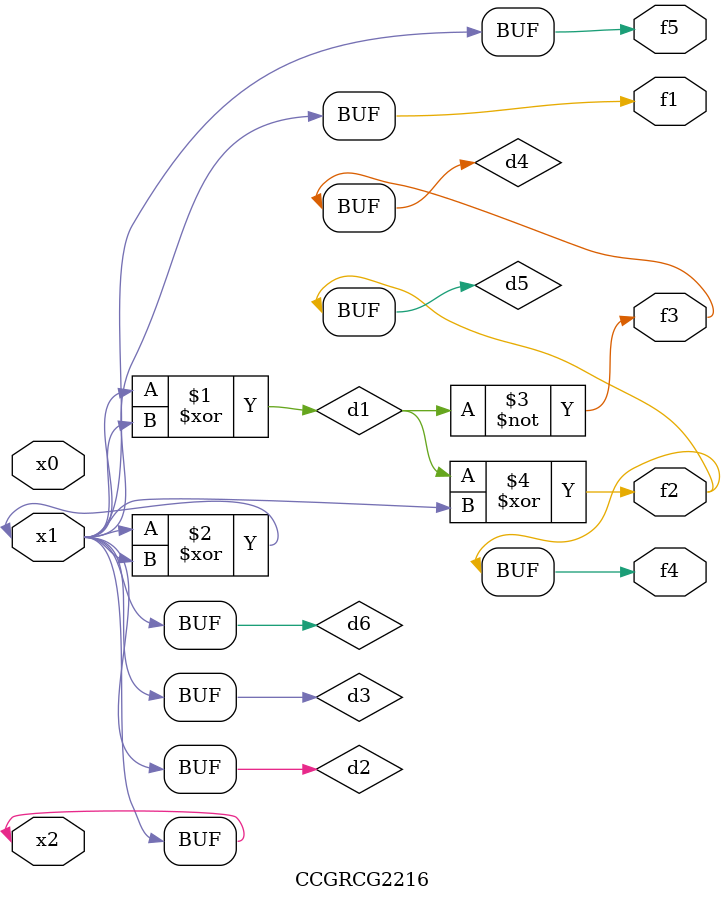
<source format=v>
module CCGRCG2216(
	input x0, x1, x2,
	output f1, f2, f3, f4, f5
);

	wire d1, d2, d3, d4, d5, d6;

	xor (d1, x1, x2);
	buf (d2, x1, x2);
	xor (d3, x1, x2);
	nor (d4, d1);
	xor (d5, d1, d2);
	buf (d6, d2, d3);
	assign f1 = d6;
	assign f2 = d5;
	assign f3 = d4;
	assign f4 = d5;
	assign f5 = d6;
endmodule

</source>
